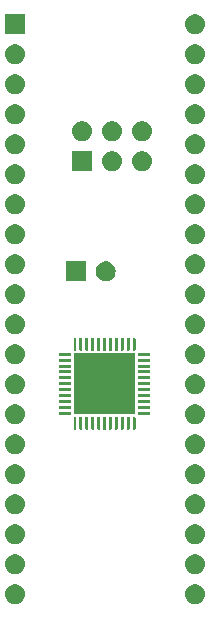
<source format=gbr>
%TF.GenerationSoftware,KiCad,Pcbnew,7.0.7*%
%TF.CreationDate,2024-02-24T18:58:31-05:00*%
%TF.ProjectId,m0110a_atmega32_pcb,6d303131-3061-45f6-9174-6d6567613332,rev?*%
%TF.SameCoordinates,Original*%
%TF.FileFunction,Soldermask,Top*%
%TF.FilePolarity,Negative*%
%FSLAX46Y46*%
G04 Gerber Fmt 4.6, Leading zero omitted, Abs format (unit mm)*
G04 Created by KiCad (PCBNEW 7.0.7) date 2024-02-24 18:58:31*
%MOMM*%
%LPD*%
G01*
G04 APERTURE LIST*
G04 APERTURE END LIST*
G36*
X143772664Y-114761602D02*
G01*
X143935000Y-114833878D01*
X144078761Y-114938327D01*
X144197664Y-115070383D01*
X144286514Y-115224274D01*
X144341425Y-115393275D01*
X144360000Y-115570000D01*
X144341425Y-115746725D01*
X144286514Y-115915726D01*
X144197664Y-116069617D01*
X144078761Y-116201673D01*
X143935000Y-116306122D01*
X143772664Y-116378398D01*
X143598849Y-116415344D01*
X143421151Y-116415344D01*
X143247336Y-116378398D01*
X143085000Y-116306122D01*
X142941239Y-116201673D01*
X142822336Y-116069617D01*
X142733486Y-115915726D01*
X142678575Y-115746725D01*
X142660000Y-115570000D01*
X142678575Y-115393275D01*
X142733486Y-115224274D01*
X142822336Y-115070383D01*
X142941239Y-114938327D01*
X143085000Y-114833878D01*
X143247336Y-114761602D01*
X143421151Y-114724656D01*
X143598849Y-114724656D01*
X143772664Y-114761602D01*
G37*
G36*
X159012664Y-114761602D02*
G01*
X159175000Y-114833878D01*
X159318761Y-114938327D01*
X159437664Y-115070383D01*
X159526514Y-115224274D01*
X159581425Y-115393275D01*
X159600000Y-115570000D01*
X159581425Y-115746725D01*
X159526514Y-115915726D01*
X159437664Y-116069617D01*
X159318761Y-116201673D01*
X159175000Y-116306122D01*
X159012664Y-116378398D01*
X158838849Y-116415344D01*
X158661151Y-116415344D01*
X158487336Y-116378398D01*
X158325000Y-116306122D01*
X158181239Y-116201673D01*
X158062336Y-116069617D01*
X157973486Y-115915726D01*
X157918575Y-115746725D01*
X157900000Y-115570000D01*
X157918575Y-115393275D01*
X157973486Y-115224274D01*
X158062336Y-115070383D01*
X158181239Y-114938327D01*
X158325000Y-114833878D01*
X158487336Y-114761602D01*
X158661151Y-114724656D01*
X158838849Y-114724656D01*
X159012664Y-114761602D01*
G37*
G36*
X143772664Y-112221602D02*
G01*
X143935000Y-112293878D01*
X144078761Y-112398327D01*
X144197664Y-112530383D01*
X144286514Y-112684274D01*
X144341425Y-112853275D01*
X144360000Y-113030000D01*
X144341425Y-113206725D01*
X144286514Y-113375726D01*
X144197664Y-113529617D01*
X144078761Y-113661673D01*
X143935000Y-113766122D01*
X143772664Y-113838398D01*
X143598849Y-113875344D01*
X143421151Y-113875344D01*
X143247336Y-113838398D01*
X143085000Y-113766122D01*
X142941239Y-113661673D01*
X142822336Y-113529617D01*
X142733486Y-113375726D01*
X142678575Y-113206725D01*
X142660000Y-113030000D01*
X142678575Y-112853275D01*
X142733486Y-112684274D01*
X142822336Y-112530383D01*
X142941239Y-112398327D01*
X143085000Y-112293878D01*
X143247336Y-112221602D01*
X143421151Y-112184656D01*
X143598849Y-112184656D01*
X143772664Y-112221602D01*
G37*
G36*
X159012664Y-112221602D02*
G01*
X159175000Y-112293878D01*
X159318761Y-112398327D01*
X159437664Y-112530383D01*
X159526514Y-112684274D01*
X159581425Y-112853275D01*
X159600000Y-113030000D01*
X159581425Y-113206725D01*
X159526514Y-113375726D01*
X159437664Y-113529617D01*
X159318761Y-113661673D01*
X159175000Y-113766122D01*
X159012664Y-113838398D01*
X158838849Y-113875344D01*
X158661151Y-113875344D01*
X158487336Y-113838398D01*
X158325000Y-113766122D01*
X158181239Y-113661673D01*
X158062336Y-113529617D01*
X157973486Y-113375726D01*
X157918575Y-113206725D01*
X157900000Y-113030000D01*
X157918575Y-112853275D01*
X157973486Y-112684274D01*
X158062336Y-112530383D01*
X158181239Y-112398327D01*
X158325000Y-112293878D01*
X158487336Y-112221602D01*
X158661151Y-112184656D01*
X158838849Y-112184656D01*
X159012664Y-112221602D01*
G37*
G36*
X143772664Y-109681602D02*
G01*
X143935000Y-109753878D01*
X144078761Y-109858327D01*
X144197664Y-109990383D01*
X144286514Y-110144274D01*
X144341425Y-110313275D01*
X144360000Y-110490000D01*
X144341425Y-110666725D01*
X144286514Y-110835726D01*
X144197664Y-110989617D01*
X144078761Y-111121673D01*
X143935000Y-111226122D01*
X143772664Y-111298398D01*
X143598849Y-111335344D01*
X143421151Y-111335344D01*
X143247336Y-111298398D01*
X143085000Y-111226122D01*
X142941239Y-111121673D01*
X142822336Y-110989617D01*
X142733486Y-110835726D01*
X142678575Y-110666725D01*
X142660000Y-110490000D01*
X142678575Y-110313275D01*
X142733486Y-110144274D01*
X142822336Y-109990383D01*
X142941239Y-109858327D01*
X143085000Y-109753878D01*
X143247336Y-109681602D01*
X143421151Y-109644656D01*
X143598849Y-109644656D01*
X143772664Y-109681602D01*
G37*
G36*
X159012664Y-109681602D02*
G01*
X159175000Y-109753878D01*
X159318761Y-109858327D01*
X159437664Y-109990383D01*
X159526514Y-110144274D01*
X159581425Y-110313275D01*
X159600000Y-110490000D01*
X159581425Y-110666725D01*
X159526514Y-110835726D01*
X159437664Y-110989617D01*
X159318761Y-111121673D01*
X159175000Y-111226122D01*
X159012664Y-111298398D01*
X158838849Y-111335344D01*
X158661151Y-111335344D01*
X158487336Y-111298398D01*
X158325000Y-111226122D01*
X158181239Y-111121673D01*
X158062336Y-110989617D01*
X157973486Y-110835726D01*
X157918575Y-110666725D01*
X157900000Y-110490000D01*
X157918575Y-110313275D01*
X157973486Y-110144274D01*
X158062336Y-109990383D01*
X158181239Y-109858327D01*
X158325000Y-109753878D01*
X158487336Y-109681602D01*
X158661151Y-109644656D01*
X158838849Y-109644656D01*
X159012664Y-109681602D01*
G37*
G36*
X143772664Y-107141602D02*
G01*
X143935000Y-107213878D01*
X144078761Y-107318327D01*
X144197664Y-107450383D01*
X144286514Y-107604274D01*
X144341425Y-107773275D01*
X144360000Y-107950000D01*
X144341425Y-108126725D01*
X144286514Y-108295726D01*
X144197664Y-108449617D01*
X144078761Y-108581673D01*
X143935000Y-108686122D01*
X143772664Y-108758398D01*
X143598849Y-108795344D01*
X143421151Y-108795344D01*
X143247336Y-108758398D01*
X143085000Y-108686122D01*
X142941239Y-108581673D01*
X142822336Y-108449617D01*
X142733486Y-108295726D01*
X142678575Y-108126725D01*
X142660000Y-107950000D01*
X142678575Y-107773275D01*
X142733486Y-107604274D01*
X142822336Y-107450383D01*
X142941239Y-107318327D01*
X143085000Y-107213878D01*
X143247336Y-107141602D01*
X143421151Y-107104656D01*
X143598849Y-107104656D01*
X143772664Y-107141602D01*
G37*
G36*
X159012664Y-107141602D02*
G01*
X159175000Y-107213878D01*
X159318761Y-107318327D01*
X159437664Y-107450383D01*
X159526514Y-107604274D01*
X159581425Y-107773275D01*
X159600000Y-107950000D01*
X159581425Y-108126725D01*
X159526514Y-108295726D01*
X159437664Y-108449617D01*
X159318761Y-108581673D01*
X159175000Y-108686122D01*
X159012664Y-108758398D01*
X158838849Y-108795344D01*
X158661151Y-108795344D01*
X158487336Y-108758398D01*
X158325000Y-108686122D01*
X158181239Y-108581673D01*
X158062336Y-108449617D01*
X157973486Y-108295726D01*
X157918575Y-108126725D01*
X157900000Y-107950000D01*
X157918575Y-107773275D01*
X157973486Y-107604274D01*
X158062336Y-107450383D01*
X158181239Y-107318327D01*
X158325000Y-107213878D01*
X158487336Y-107141602D01*
X158661151Y-107104656D01*
X158838849Y-107104656D01*
X159012664Y-107141602D01*
G37*
G36*
X143772664Y-104601602D02*
G01*
X143935000Y-104673878D01*
X144078761Y-104778327D01*
X144197664Y-104910383D01*
X144286514Y-105064274D01*
X144341425Y-105233275D01*
X144360000Y-105410000D01*
X144341425Y-105586725D01*
X144286514Y-105755726D01*
X144197664Y-105909617D01*
X144078761Y-106041673D01*
X143935000Y-106146122D01*
X143772664Y-106218398D01*
X143598849Y-106255344D01*
X143421151Y-106255344D01*
X143247336Y-106218398D01*
X143085000Y-106146122D01*
X142941239Y-106041673D01*
X142822336Y-105909617D01*
X142733486Y-105755726D01*
X142678575Y-105586725D01*
X142660000Y-105410000D01*
X142678575Y-105233275D01*
X142733486Y-105064274D01*
X142822336Y-104910383D01*
X142941239Y-104778327D01*
X143085000Y-104673878D01*
X143247336Y-104601602D01*
X143421151Y-104564656D01*
X143598849Y-104564656D01*
X143772664Y-104601602D01*
G37*
G36*
X159012664Y-104601602D02*
G01*
X159175000Y-104673878D01*
X159318761Y-104778327D01*
X159437664Y-104910383D01*
X159526514Y-105064274D01*
X159581425Y-105233275D01*
X159600000Y-105410000D01*
X159581425Y-105586725D01*
X159526514Y-105755726D01*
X159437664Y-105909617D01*
X159318761Y-106041673D01*
X159175000Y-106146122D01*
X159012664Y-106218398D01*
X158838849Y-106255344D01*
X158661151Y-106255344D01*
X158487336Y-106218398D01*
X158325000Y-106146122D01*
X158181239Y-106041673D01*
X158062336Y-105909617D01*
X157973486Y-105755726D01*
X157918575Y-105586725D01*
X157900000Y-105410000D01*
X157918575Y-105233275D01*
X157973486Y-105064274D01*
X158062336Y-104910383D01*
X158181239Y-104778327D01*
X158325000Y-104673878D01*
X158487336Y-104601602D01*
X158661151Y-104564656D01*
X158838849Y-104564656D01*
X159012664Y-104601602D01*
G37*
G36*
X143772664Y-102061602D02*
G01*
X143935000Y-102133878D01*
X144078761Y-102238327D01*
X144197664Y-102370383D01*
X144286514Y-102524274D01*
X144341425Y-102693275D01*
X144360000Y-102870000D01*
X144341425Y-103046725D01*
X144286514Y-103215726D01*
X144197664Y-103369617D01*
X144078761Y-103501673D01*
X143935000Y-103606122D01*
X143772664Y-103678398D01*
X143598849Y-103715344D01*
X143421151Y-103715344D01*
X143247336Y-103678398D01*
X143085000Y-103606122D01*
X142941239Y-103501673D01*
X142822336Y-103369617D01*
X142733486Y-103215726D01*
X142678575Y-103046725D01*
X142660000Y-102870000D01*
X142678575Y-102693275D01*
X142733486Y-102524274D01*
X142822336Y-102370383D01*
X142941239Y-102238327D01*
X143085000Y-102133878D01*
X143247336Y-102061602D01*
X143421151Y-102024656D01*
X143598849Y-102024656D01*
X143772664Y-102061602D01*
G37*
G36*
X159012664Y-102061602D02*
G01*
X159175000Y-102133878D01*
X159318761Y-102238327D01*
X159437664Y-102370383D01*
X159526514Y-102524274D01*
X159581425Y-102693275D01*
X159600000Y-102870000D01*
X159581425Y-103046725D01*
X159526514Y-103215726D01*
X159437664Y-103369617D01*
X159318761Y-103501673D01*
X159175000Y-103606122D01*
X159012664Y-103678398D01*
X158838849Y-103715344D01*
X158661151Y-103715344D01*
X158487336Y-103678398D01*
X158325000Y-103606122D01*
X158181239Y-103501673D01*
X158062336Y-103369617D01*
X157973486Y-103215726D01*
X157918575Y-103046725D01*
X157900000Y-102870000D01*
X157918575Y-102693275D01*
X157973486Y-102524274D01*
X158062336Y-102370383D01*
X158181239Y-102238327D01*
X158325000Y-102133878D01*
X158487336Y-102061602D01*
X158661151Y-102024656D01*
X158838849Y-102024656D01*
X159012664Y-102061602D01*
G37*
G36*
X148671418Y-100554758D02*
G01*
X148691694Y-100568306D01*
X148705242Y-100588582D01*
X148710000Y-100612500D01*
X148710000Y-101562500D01*
X148705242Y-101586418D01*
X148691694Y-101606694D01*
X148671418Y-101620242D01*
X148647500Y-101625000D01*
X148522500Y-101625000D01*
X148498582Y-101620242D01*
X148478306Y-101606694D01*
X148464758Y-101586418D01*
X148460000Y-101562500D01*
X148460000Y-100612500D01*
X148464758Y-100588582D01*
X148478306Y-100568306D01*
X148498582Y-100554758D01*
X148522500Y-100550000D01*
X148647500Y-100550000D01*
X148671418Y-100554758D01*
G37*
G36*
X149171418Y-100554758D02*
G01*
X149191694Y-100568306D01*
X149205242Y-100588582D01*
X149210000Y-100612500D01*
X149210000Y-101562500D01*
X149205242Y-101586418D01*
X149191694Y-101606694D01*
X149171418Y-101620242D01*
X149147500Y-101625000D01*
X149022500Y-101625000D01*
X148998582Y-101620242D01*
X148978306Y-101606694D01*
X148964758Y-101586418D01*
X148960000Y-101562500D01*
X148960000Y-100612500D01*
X148964758Y-100588582D01*
X148978306Y-100568306D01*
X148998582Y-100554758D01*
X149022500Y-100550000D01*
X149147500Y-100550000D01*
X149171418Y-100554758D01*
G37*
G36*
X149671418Y-100554758D02*
G01*
X149691694Y-100568306D01*
X149705242Y-100588582D01*
X149710000Y-100612500D01*
X149710000Y-101562500D01*
X149705242Y-101586418D01*
X149691694Y-101606694D01*
X149671418Y-101620242D01*
X149647500Y-101625000D01*
X149522500Y-101625000D01*
X149498582Y-101620242D01*
X149478306Y-101606694D01*
X149464758Y-101586418D01*
X149460000Y-101562500D01*
X149460000Y-100612500D01*
X149464758Y-100588582D01*
X149478306Y-100568306D01*
X149498582Y-100554758D01*
X149522500Y-100550000D01*
X149647500Y-100550000D01*
X149671418Y-100554758D01*
G37*
G36*
X150171418Y-100554758D02*
G01*
X150191694Y-100568306D01*
X150205242Y-100588582D01*
X150210000Y-100612500D01*
X150210000Y-101562500D01*
X150205242Y-101586418D01*
X150191694Y-101606694D01*
X150171418Y-101620242D01*
X150147500Y-101625000D01*
X150022500Y-101625000D01*
X149998582Y-101620242D01*
X149978306Y-101606694D01*
X149964758Y-101586418D01*
X149960000Y-101562500D01*
X149960000Y-100612500D01*
X149964758Y-100588582D01*
X149978306Y-100568306D01*
X149998582Y-100554758D01*
X150022500Y-100550000D01*
X150147500Y-100550000D01*
X150171418Y-100554758D01*
G37*
G36*
X150671418Y-100554758D02*
G01*
X150691694Y-100568306D01*
X150705242Y-100588582D01*
X150710000Y-100612500D01*
X150710000Y-101562500D01*
X150705242Y-101586418D01*
X150691694Y-101606694D01*
X150671418Y-101620242D01*
X150647500Y-101625000D01*
X150522500Y-101625000D01*
X150498582Y-101620242D01*
X150478306Y-101606694D01*
X150464758Y-101586418D01*
X150460000Y-101562500D01*
X150460000Y-100612500D01*
X150464758Y-100588582D01*
X150478306Y-100568306D01*
X150498582Y-100554758D01*
X150522500Y-100550000D01*
X150647500Y-100550000D01*
X150671418Y-100554758D01*
G37*
G36*
X151171418Y-100554758D02*
G01*
X151191694Y-100568306D01*
X151205242Y-100588582D01*
X151210000Y-100612500D01*
X151210000Y-101562500D01*
X151205242Y-101586418D01*
X151191694Y-101606694D01*
X151171418Y-101620242D01*
X151147500Y-101625000D01*
X151022500Y-101625000D01*
X150998582Y-101620242D01*
X150978306Y-101606694D01*
X150964758Y-101586418D01*
X150960000Y-101562500D01*
X150960000Y-100612500D01*
X150964758Y-100588582D01*
X150978306Y-100568306D01*
X150998582Y-100554758D01*
X151022500Y-100550000D01*
X151147500Y-100550000D01*
X151171418Y-100554758D01*
G37*
G36*
X151671418Y-100554758D02*
G01*
X151691694Y-100568306D01*
X151705242Y-100588582D01*
X151710000Y-100612500D01*
X151710000Y-101562500D01*
X151705242Y-101586418D01*
X151691694Y-101606694D01*
X151671418Y-101620242D01*
X151647500Y-101625000D01*
X151522500Y-101625000D01*
X151498582Y-101620242D01*
X151478306Y-101606694D01*
X151464758Y-101586418D01*
X151460000Y-101562500D01*
X151460000Y-100612500D01*
X151464758Y-100588582D01*
X151478306Y-100568306D01*
X151498582Y-100554758D01*
X151522500Y-100550000D01*
X151647500Y-100550000D01*
X151671418Y-100554758D01*
G37*
G36*
X152171418Y-100554758D02*
G01*
X152191694Y-100568306D01*
X152205242Y-100588582D01*
X152210000Y-100612500D01*
X152210000Y-101562500D01*
X152205242Y-101586418D01*
X152191694Y-101606694D01*
X152171418Y-101620242D01*
X152147500Y-101625000D01*
X152022500Y-101625000D01*
X151998582Y-101620242D01*
X151978306Y-101606694D01*
X151964758Y-101586418D01*
X151960000Y-101562500D01*
X151960000Y-100612500D01*
X151964758Y-100588582D01*
X151978306Y-100568306D01*
X151998582Y-100554758D01*
X152022500Y-100550000D01*
X152147500Y-100550000D01*
X152171418Y-100554758D01*
G37*
G36*
X152671418Y-100554758D02*
G01*
X152691694Y-100568306D01*
X152705242Y-100588582D01*
X152710000Y-100612500D01*
X152710000Y-101562500D01*
X152705242Y-101586418D01*
X152691694Y-101606694D01*
X152671418Y-101620242D01*
X152647500Y-101625000D01*
X152522500Y-101625000D01*
X152498582Y-101620242D01*
X152478306Y-101606694D01*
X152464758Y-101586418D01*
X152460000Y-101562500D01*
X152460000Y-100612500D01*
X152464758Y-100588582D01*
X152478306Y-100568306D01*
X152498582Y-100554758D01*
X152522500Y-100550000D01*
X152647500Y-100550000D01*
X152671418Y-100554758D01*
G37*
G36*
X153171418Y-100554758D02*
G01*
X153191694Y-100568306D01*
X153205242Y-100588582D01*
X153210000Y-100612500D01*
X153210000Y-101562500D01*
X153205242Y-101586418D01*
X153191694Y-101606694D01*
X153171418Y-101620242D01*
X153147500Y-101625000D01*
X153022500Y-101625000D01*
X152998582Y-101620242D01*
X152978306Y-101606694D01*
X152964758Y-101586418D01*
X152960000Y-101562500D01*
X152960000Y-100612500D01*
X152964758Y-100588582D01*
X152978306Y-100568306D01*
X152998582Y-100554758D01*
X153022500Y-100550000D01*
X153147500Y-100550000D01*
X153171418Y-100554758D01*
G37*
G36*
X153671418Y-100554758D02*
G01*
X153691694Y-100568306D01*
X153705242Y-100588582D01*
X153710000Y-100612500D01*
X153710000Y-101562500D01*
X153705242Y-101586418D01*
X153691694Y-101606694D01*
X153671418Y-101620242D01*
X153647500Y-101625000D01*
X153522500Y-101625000D01*
X153498582Y-101620242D01*
X153478306Y-101606694D01*
X153464758Y-101586418D01*
X153460000Y-101562500D01*
X153460000Y-100612500D01*
X153464758Y-100588582D01*
X153478306Y-100568306D01*
X153498582Y-100554758D01*
X153522500Y-100550000D01*
X153647500Y-100550000D01*
X153671418Y-100554758D01*
G37*
G36*
X143772664Y-99521602D02*
G01*
X143935000Y-99593878D01*
X144078761Y-99698327D01*
X144197664Y-99830383D01*
X144286514Y-99984274D01*
X144341425Y-100153275D01*
X144360000Y-100330000D01*
X144341425Y-100506725D01*
X144286514Y-100675726D01*
X144197664Y-100829617D01*
X144078761Y-100961673D01*
X143935000Y-101066122D01*
X143772664Y-101138398D01*
X143598849Y-101175344D01*
X143421151Y-101175344D01*
X143247336Y-101138398D01*
X143085000Y-101066122D01*
X142941239Y-100961673D01*
X142822336Y-100829617D01*
X142733486Y-100675726D01*
X142678575Y-100506725D01*
X142660000Y-100330000D01*
X142678575Y-100153275D01*
X142733486Y-99984274D01*
X142822336Y-99830383D01*
X142941239Y-99698327D01*
X143085000Y-99593878D01*
X143247336Y-99521602D01*
X143421151Y-99484656D01*
X143598849Y-99484656D01*
X143772664Y-99521602D01*
G37*
G36*
X159012664Y-99521602D02*
G01*
X159175000Y-99593878D01*
X159318761Y-99698327D01*
X159437664Y-99830383D01*
X159526514Y-99984274D01*
X159581425Y-100153275D01*
X159600000Y-100330000D01*
X159581425Y-100506725D01*
X159526514Y-100675726D01*
X159437664Y-100829617D01*
X159318761Y-100961673D01*
X159175000Y-101066122D01*
X159012664Y-101138398D01*
X158838849Y-101175344D01*
X158661151Y-101175344D01*
X158487336Y-101138398D01*
X158325000Y-101066122D01*
X158181239Y-100961673D01*
X158062336Y-100829617D01*
X157973486Y-100675726D01*
X157918575Y-100506725D01*
X157900000Y-100330000D01*
X157918575Y-100153275D01*
X157973486Y-99984274D01*
X158062336Y-99830383D01*
X158181239Y-99698327D01*
X158325000Y-99593878D01*
X158487336Y-99521602D01*
X158661151Y-99484656D01*
X158838849Y-99484656D01*
X159012664Y-99521602D01*
G37*
G36*
X148246418Y-100129758D02*
G01*
X148266694Y-100143306D01*
X148280242Y-100163582D01*
X148285000Y-100187500D01*
X148285000Y-100312500D01*
X148280242Y-100336418D01*
X148266694Y-100356694D01*
X148246418Y-100370242D01*
X148222500Y-100375000D01*
X147272500Y-100375000D01*
X147248582Y-100370242D01*
X147228306Y-100356694D01*
X147214758Y-100336418D01*
X147210000Y-100312500D01*
X147210000Y-100187500D01*
X147214758Y-100163582D01*
X147228306Y-100143306D01*
X147248582Y-100129758D01*
X147272500Y-100125000D01*
X148222500Y-100125000D01*
X148246418Y-100129758D01*
G37*
G36*
X154921418Y-100129758D02*
G01*
X154941694Y-100143306D01*
X154955242Y-100163582D01*
X154960000Y-100187500D01*
X154960000Y-100312500D01*
X154955242Y-100336418D01*
X154941694Y-100356694D01*
X154921418Y-100370242D01*
X154897500Y-100375000D01*
X153947500Y-100375000D01*
X153923582Y-100370242D01*
X153903306Y-100356694D01*
X153889758Y-100336418D01*
X153885000Y-100312500D01*
X153885000Y-100187500D01*
X153889758Y-100163582D01*
X153903306Y-100143306D01*
X153923582Y-100129758D01*
X153947500Y-100125000D01*
X154897500Y-100125000D01*
X154921418Y-100129758D01*
G37*
G36*
X153685000Y-100350000D02*
G01*
X148485000Y-100350000D01*
X148485000Y-95150000D01*
X153685000Y-95150000D01*
X153685000Y-100350000D01*
G37*
G36*
X148246418Y-99629758D02*
G01*
X148266694Y-99643306D01*
X148280242Y-99663582D01*
X148285000Y-99687500D01*
X148285000Y-99812500D01*
X148280242Y-99836418D01*
X148266694Y-99856694D01*
X148246418Y-99870242D01*
X148222500Y-99875000D01*
X147272500Y-99875000D01*
X147248582Y-99870242D01*
X147228306Y-99856694D01*
X147214758Y-99836418D01*
X147210000Y-99812500D01*
X147210000Y-99687500D01*
X147214758Y-99663582D01*
X147228306Y-99643306D01*
X147248582Y-99629758D01*
X147272500Y-99625000D01*
X148222500Y-99625000D01*
X148246418Y-99629758D01*
G37*
G36*
X154921418Y-99629758D02*
G01*
X154941694Y-99643306D01*
X154955242Y-99663582D01*
X154960000Y-99687500D01*
X154960000Y-99812500D01*
X154955242Y-99836418D01*
X154941694Y-99856694D01*
X154921418Y-99870242D01*
X154897500Y-99875000D01*
X153947500Y-99875000D01*
X153923582Y-99870242D01*
X153903306Y-99856694D01*
X153889758Y-99836418D01*
X153885000Y-99812500D01*
X153885000Y-99687500D01*
X153889758Y-99663582D01*
X153903306Y-99643306D01*
X153923582Y-99629758D01*
X153947500Y-99625000D01*
X154897500Y-99625000D01*
X154921418Y-99629758D01*
G37*
G36*
X148246418Y-99129758D02*
G01*
X148266694Y-99143306D01*
X148280242Y-99163582D01*
X148285000Y-99187500D01*
X148285000Y-99312500D01*
X148280242Y-99336418D01*
X148266694Y-99356694D01*
X148246418Y-99370242D01*
X148222500Y-99375000D01*
X147272500Y-99375000D01*
X147248582Y-99370242D01*
X147228306Y-99356694D01*
X147214758Y-99336418D01*
X147210000Y-99312500D01*
X147210000Y-99187500D01*
X147214758Y-99163582D01*
X147228306Y-99143306D01*
X147248582Y-99129758D01*
X147272500Y-99125000D01*
X148222500Y-99125000D01*
X148246418Y-99129758D01*
G37*
G36*
X154921418Y-99129758D02*
G01*
X154941694Y-99143306D01*
X154955242Y-99163582D01*
X154960000Y-99187500D01*
X154960000Y-99312500D01*
X154955242Y-99336418D01*
X154941694Y-99356694D01*
X154921418Y-99370242D01*
X154897500Y-99375000D01*
X153947500Y-99375000D01*
X153923582Y-99370242D01*
X153903306Y-99356694D01*
X153889758Y-99336418D01*
X153885000Y-99312500D01*
X153885000Y-99187500D01*
X153889758Y-99163582D01*
X153903306Y-99143306D01*
X153923582Y-99129758D01*
X153947500Y-99125000D01*
X154897500Y-99125000D01*
X154921418Y-99129758D01*
G37*
G36*
X148246418Y-98629758D02*
G01*
X148266694Y-98643306D01*
X148280242Y-98663582D01*
X148285000Y-98687500D01*
X148285000Y-98812500D01*
X148280242Y-98836418D01*
X148266694Y-98856694D01*
X148246418Y-98870242D01*
X148222500Y-98875000D01*
X147272500Y-98875000D01*
X147248582Y-98870242D01*
X147228306Y-98856694D01*
X147214758Y-98836418D01*
X147210000Y-98812500D01*
X147210000Y-98687500D01*
X147214758Y-98663582D01*
X147228306Y-98643306D01*
X147248582Y-98629758D01*
X147272500Y-98625000D01*
X148222500Y-98625000D01*
X148246418Y-98629758D01*
G37*
G36*
X154921418Y-98629758D02*
G01*
X154941694Y-98643306D01*
X154955242Y-98663582D01*
X154960000Y-98687500D01*
X154960000Y-98812500D01*
X154955242Y-98836418D01*
X154941694Y-98856694D01*
X154921418Y-98870242D01*
X154897500Y-98875000D01*
X153947500Y-98875000D01*
X153923582Y-98870242D01*
X153903306Y-98856694D01*
X153889758Y-98836418D01*
X153885000Y-98812500D01*
X153885000Y-98687500D01*
X153889758Y-98663582D01*
X153903306Y-98643306D01*
X153923582Y-98629758D01*
X153947500Y-98625000D01*
X154897500Y-98625000D01*
X154921418Y-98629758D01*
G37*
G36*
X143772664Y-96981602D02*
G01*
X143935000Y-97053878D01*
X144078761Y-97158327D01*
X144197664Y-97290383D01*
X144286514Y-97444274D01*
X144341425Y-97613275D01*
X144360000Y-97790000D01*
X144341425Y-97966725D01*
X144286514Y-98135726D01*
X144197664Y-98289617D01*
X144078761Y-98421673D01*
X143935000Y-98526122D01*
X143772664Y-98598398D01*
X143598849Y-98635344D01*
X143421151Y-98635344D01*
X143247336Y-98598398D01*
X143085000Y-98526122D01*
X142941239Y-98421673D01*
X142822336Y-98289617D01*
X142733486Y-98135726D01*
X142678575Y-97966725D01*
X142660000Y-97790000D01*
X142678575Y-97613275D01*
X142733486Y-97444274D01*
X142822336Y-97290383D01*
X142941239Y-97158327D01*
X143085000Y-97053878D01*
X143247336Y-96981602D01*
X143421151Y-96944656D01*
X143598849Y-96944656D01*
X143772664Y-96981602D01*
G37*
G36*
X159012664Y-96981602D02*
G01*
X159175000Y-97053878D01*
X159318761Y-97158327D01*
X159437664Y-97290383D01*
X159526514Y-97444274D01*
X159581425Y-97613275D01*
X159600000Y-97790000D01*
X159581425Y-97966725D01*
X159526514Y-98135726D01*
X159437664Y-98289617D01*
X159318761Y-98421673D01*
X159175000Y-98526122D01*
X159012664Y-98598398D01*
X158838849Y-98635344D01*
X158661151Y-98635344D01*
X158487336Y-98598398D01*
X158325000Y-98526122D01*
X158181239Y-98421673D01*
X158062336Y-98289617D01*
X157973486Y-98135726D01*
X157918575Y-97966725D01*
X157900000Y-97790000D01*
X157918575Y-97613275D01*
X157973486Y-97444274D01*
X158062336Y-97290383D01*
X158181239Y-97158327D01*
X158325000Y-97053878D01*
X158487336Y-96981602D01*
X158661151Y-96944656D01*
X158838849Y-96944656D01*
X159012664Y-96981602D01*
G37*
G36*
X148246418Y-98129758D02*
G01*
X148266694Y-98143306D01*
X148280242Y-98163582D01*
X148285000Y-98187500D01*
X148285000Y-98312500D01*
X148280242Y-98336418D01*
X148266694Y-98356694D01*
X148246418Y-98370242D01*
X148222500Y-98375000D01*
X147272500Y-98375000D01*
X147248582Y-98370242D01*
X147228306Y-98356694D01*
X147214758Y-98336418D01*
X147210000Y-98312500D01*
X147210000Y-98187500D01*
X147214758Y-98163582D01*
X147228306Y-98143306D01*
X147248582Y-98129758D01*
X147272500Y-98125000D01*
X148222500Y-98125000D01*
X148246418Y-98129758D01*
G37*
G36*
X154921418Y-98129758D02*
G01*
X154941694Y-98143306D01*
X154955242Y-98163582D01*
X154960000Y-98187500D01*
X154960000Y-98312500D01*
X154955242Y-98336418D01*
X154941694Y-98356694D01*
X154921418Y-98370242D01*
X154897500Y-98375000D01*
X153947500Y-98375000D01*
X153923582Y-98370242D01*
X153903306Y-98356694D01*
X153889758Y-98336418D01*
X153885000Y-98312500D01*
X153885000Y-98187500D01*
X153889758Y-98163582D01*
X153903306Y-98143306D01*
X153923582Y-98129758D01*
X153947500Y-98125000D01*
X154897500Y-98125000D01*
X154921418Y-98129758D01*
G37*
G36*
X148246418Y-97629758D02*
G01*
X148266694Y-97643306D01*
X148280242Y-97663582D01*
X148285000Y-97687500D01*
X148285000Y-97812500D01*
X148280242Y-97836418D01*
X148266694Y-97856694D01*
X148246418Y-97870242D01*
X148222500Y-97875000D01*
X147272500Y-97875000D01*
X147248582Y-97870242D01*
X147228306Y-97856694D01*
X147214758Y-97836418D01*
X147210000Y-97812500D01*
X147210000Y-97687500D01*
X147214758Y-97663582D01*
X147228306Y-97643306D01*
X147248582Y-97629758D01*
X147272500Y-97625000D01*
X148222500Y-97625000D01*
X148246418Y-97629758D01*
G37*
G36*
X154921418Y-97629758D02*
G01*
X154941694Y-97643306D01*
X154955242Y-97663582D01*
X154960000Y-97687500D01*
X154960000Y-97812500D01*
X154955242Y-97836418D01*
X154941694Y-97856694D01*
X154921418Y-97870242D01*
X154897500Y-97875000D01*
X153947500Y-97875000D01*
X153923582Y-97870242D01*
X153903306Y-97856694D01*
X153889758Y-97836418D01*
X153885000Y-97812500D01*
X153885000Y-97687500D01*
X153889758Y-97663582D01*
X153903306Y-97643306D01*
X153923582Y-97629758D01*
X153947500Y-97625000D01*
X154897500Y-97625000D01*
X154921418Y-97629758D01*
G37*
G36*
X148246418Y-97129758D02*
G01*
X148266694Y-97143306D01*
X148280242Y-97163582D01*
X148285000Y-97187500D01*
X148285000Y-97312500D01*
X148280242Y-97336418D01*
X148266694Y-97356694D01*
X148246418Y-97370242D01*
X148222500Y-97375000D01*
X147272500Y-97375000D01*
X147248582Y-97370242D01*
X147228306Y-97356694D01*
X147214758Y-97336418D01*
X147210000Y-97312500D01*
X147210000Y-97187500D01*
X147214758Y-97163582D01*
X147228306Y-97143306D01*
X147248582Y-97129758D01*
X147272500Y-97125000D01*
X148222500Y-97125000D01*
X148246418Y-97129758D01*
G37*
G36*
X154921418Y-97129758D02*
G01*
X154941694Y-97143306D01*
X154955242Y-97163582D01*
X154960000Y-97187500D01*
X154960000Y-97312500D01*
X154955242Y-97336418D01*
X154941694Y-97356694D01*
X154921418Y-97370242D01*
X154897500Y-97375000D01*
X153947500Y-97375000D01*
X153923582Y-97370242D01*
X153903306Y-97356694D01*
X153889758Y-97336418D01*
X153885000Y-97312500D01*
X153885000Y-97187500D01*
X153889758Y-97163582D01*
X153903306Y-97143306D01*
X153923582Y-97129758D01*
X153947500Y-97125000D01*
X154897500Y-97125000D01*
X154921418Y-97129758D01*
G37*
G36*
X148246418Y-96629758D02*
G01*
X148266694Y-96643306D01*
X148280242Y-96663582D01*
X148285000Y-96687500D01*
X148285000Y-96812500D01*
X148280242Y-96836418D01*
X148266694Y-96856694D01*
X148246418Y-96870242D01*
X148222500Y-96875000D01*
X147272500Y-96875000D01*
X147248582Y-96870242D01*
X147228306Y-96856694D01*
X147214758Y-96836418D01*
X147210000Y-96812500D01*
X147210000Y-96687500D01*
X147214758Y-96663582D01*
X147228306Y-96643306D01*
X147248582Y-96629758D01*
X147272500Y-96625000D01*
X148222500Y-96625000D01*
X148246418Y-96629758D01*
G37*
G36*
X154921418Y-96629758D02*
G01*
X154941694Y-96643306D01*
X154955242Y-96663582D01*
X154960000Y-96687500D01*
X154960000Y-96812500D01*
X154955242Y-96836418D01*
X154941694Y-96856694D01*
X154921418Y-96870242D01*
X154897500Y-96875000D01*
X153947500Y-96875000D01*
X153923582Y-96870242D01*
X153903306Y-96856694D01*
X153889758Y-96836418D01*
X153885000Y-96812500D01*
X153885000Y-96687500D01*
X153889758Y-96663582D01*
X153903306Y-96643306D01*
X153923582Y-96629758D01*
X153947500Y-96625000D01*
X154897500Y-96625000D01*
X154921418Y-96629758D01*
G37*
G36*
X148246418Y-96129758D02*
G01*
X148266694Y-96143306D01*
X148280242Y-96163582D01*
X148285000Y-96187500D01*
X148285000Y-96312500D01*
X148280242Y-96336418D01*
X148266694Y-96356694D01*
X148246418Y-96370242D01*
X148222500Y-96375000D01*
X147272500Y-96375000D01*
X147248582Y-96370242D01*
X147228306Y-96356694D01*
X147214758Y-96336418D01*
X147210000Y-96312500D01*
X147210000Y-96187500D01*
X147214758Y-96163582D01*
X147228306Y-96143306D01*
X147248582Y-96129758D01*
X147272500Y-96125000D01*
X148222500Y-96125000D01*
X148246418Y-96129758D01*
G37*
G36*
X154921418Y-96129758D02*
G01*
X154941694Y-96143306D01*
X154955242Y-96163582D01*
X154960000Y-96187500D01*
X154960000Y-96312500D01*
X154955242Y-96336418D01*
X154941694Y-96356694D01*
X154921418Y-96370242D01*
X154897500Y-96375000D01*
X153947500Y-96375000D01*
X153923582Y-96370242D01*
X153903306Y-96356694D01*
X153889758Y-96336418D01*
X153885000Y-96312500D01*
X153885000Y-96187500D01*
X153889758Y-96163582D01*
X153903306Y-96143306D01*
X153923582Y-96129758D01*
X153947500Y-96125000D01*
X154897500Y-96125000D01*
X154921418Y-96129758D01*
G37*
G36*
X143772664Y-94441602D02*
G01*
X143935000Y-94513878D01*
X144078761Y-94618327D01*
X144197664Y-94750383D01*
X144286514Y-94904274D01*
X144341425Y-95073275D01*
X144360000Y-95250000D01*
X144341425Y-95426725D01*
X144286514Y-95595726D01*
X144197664Y-95749617D01*
X144078761Y-95881673D01*
X143935000Y-95986122D01*
X143772664Y-96058398D01*
X143598849Y-96095344D01*
X143421151Y-96095344D01*
X143247336Y-96058398D01*
X143085000Y-95986122D01*
X142941239Y-95881673D01*
X142822336Y-95749617D01*
X142733486Y-95595726D01*
X142678575Y-95426725D01*
X142660000Y-95250000D01*
X142678575Y-95073275D01*
X142733486Y-94904274D01*
X142822336Y-94750383D01*
X142941239Y-94618327D01*
X143085000Y-94513878D01*
X143247336Y-94441602D01*
X143421151Y-94404656D01*
X143598849Y-94404656D01*
X143772664Y-94441602D01*
G37*
G36*
X159012664Y-94441602D02*
G01*
X159175000Y-94513878D01*
X159318761Y-94618327D01*
X159437664Y-94750383D01*
X159526514Y-94904274D01*
X159581425Y-95073275D01*
X159600000Y-95250000D01*
X159581425Y-95426725D01*
X159526514Y-95595726D01*
X159437664Y-95749617D01*
X159318761Y-95881673D01*
X159175000Y-95986122D01*
X159012664Y-96058398D01*
X158838849Y-96095344D01*
X158661151Y-96095344D01*
X158487336Y-96058398D01*
X158325000Y-95986122D01*
X158181239Y-95881673D01*
X158062336Y-95749617D01*
X157973486Y-95595726D01*
X157918575Y-95426725D01*
X157900000Y-95250000D01*
X157918575Y-95073275D01*
X157973486Y-94904274D01*
X158062336Y-94750383D01*
X158181239Y-94618327D01*
X158325000Y-94513878D01*
X158487336Y-94441602D01*
X158661151Y-94404656D01*
X158838849Y-94404656D01*
X159012664Y-94441602D01*
G37*
G36*
X148246418Y-95629758D02*
G01*
X148266694Y-95643306D01*
X148280242Y-95663582D01*
X148285000Y-95687500D01*
X148285000Y-95812500D01*
X148280242Y-95836418D01*
X148266694Y-95856694D01*
X148246418Y-95870242D01*
X148222500Y-95875000D01*
X147272500Y-95875000D01*
X147248582Y-95870242D01*
X147228306Y-95856694D01*
X147214758Y-95836418D01*
X147210000Y-95812500D01*
X147210000Y-95687500D01*
X147214758Y-95663582D01*
X147228306Y-95643306D01*
X147248582Y-95629758D01*
X147272500Y-95625000D01*
X148222500Y-95625000D01*
X148246418Y-95629758D01*
G37*
G36*
X154921418Y-95629758D02*
G01*
X154941694Y-95643306D01*
X154955242Y-95663582D01*
X154960000Y-95687500D01*
X154960000Y-95812500D01*
X154955242Y-95836418D01*
X154941694Y-95856694D01*
X154921418Y-95870242D01*
X154897500Y-95875000D01*
X153947500Y-95875000D01*
X153923582Y-95870242D01*
X153903306Y-95856694D01*
X153889758Y-95836418D01*
X153885000Y-95812500D01*
X153885000Y-95687500D01*
X153889758Y-95663582D01*
X153903306Y-95643306D01*
X153923582Y-95629758D01*
X153947500Y-95625000D01*
X154897500Y-95625000D01*
X154921418Y-95629758D01*
G37*
G36*
X148246418Y-95129758D02*
G01*
X148266694Y-95143306D01*
X148280242Y-95163582D01*
X148285000Y-95187500D01*
X148285000Y-95312500D01*
X148280242Y-95336418D01*
X148266694Y-95356694D01*
X148246418Y-95370242D01*
X148222500Y-95375000D01*
X147272500Y-95375000D01*
X147248582Y-95370242D01*
X147228306Y-95356694D01*
X147214758Y-95336418D01*
X147210000Y-95312500D01*
X147210000Y-95187500D01*
X147214758Y-95163582D01*
X147228306Y-95143306D01*
X147248582Y-95129758D01*
X147272500Y-95125000D01*
X148222500Y-95125000D01*
X148246418Y-95129758D01*
G37*
G36*
X154921418Y-95129758D02*
G01*
X154941694Y-95143306D01*
X154955242Y-95163582D01*
X154960000Y-95187500D01*
X154960000Y-95312500D01*
X154955242Y-95336418D01*
X154941694Y-95356694D01*
X154921418Y-95370242D01*
X154897500Y-95375000D01*
X153947500Y-95375000D01*
X153923582Y-95370242D01*
X153903306Y-95356694D01*
X153889758Y-95336418D01*
X153885000Y-95312500D01*
X153885000Y-95187500D01*
X153889758Y-95163582D01*
X153903306Y-95143306D01*
X153923582Y-95129758D01*
X153947500Y-95125000D01*
X154897500Y-95125000D01*
X154921418Y-95129758D01*
G37*
G36*
X148671418Y-93879758D02*
G01*
X148691694Y-93893306D01*
X148705242Y-93913582D01*
X148710000Y-93937500D01*
X148710000Y-94887500D01*
X148705242Y-94911418D01*
X148691694Y-94931694D01*
X148671418Y-94945242D01*
X148647500Y-94950000D01*
X148522500Y-94950000D01*
X148498582Y-94945242D01*
X148478306Y-94931694D01*
X148464758Y-94911418D01*
X148460000Y-94887500D01*
X148460000Y-93937500D01*
X148464758Y-93913582D01*
X148478306Y-93893306D01*
X148498582Y-93879758D01*
X148522500Y-93875000D01*
X148647500Y-93875000D01*
X148671418Y-93879758D01*
G37*
G36*
X149171418Y-93879758D02*
G01*
X149191694Y-93893306D01*
X149205242Y-93913582D01*
X149210000Y-93937500D01*
X149210000Y-94887500D01*
X149205242Y-94911418D01*
X149191694Y-94931694D01*
X149171418Y-94945242D01*
X149147500Y-94950000D01*
X149022500Y-94950000D01*
X148998582Y-94945242D01*
X148978306Y-94931694D01*
X148964758Y-94911418D01*
X148960000Y-94887500D01*
X148960000Y-93937500D01*
X148964758Y-93913582D01*
X148978306Y-93893306D01*
X148998582Y-93879758D01*
X149022500Y-93875000D01*
X149147500Y-93875000D01*
X149171418Y-93879758D01*
G37*
G36*
X149671418Y-93879758D02*
G01*
X149691694Y-93893306D01*
X149705242Y-93913582D01*
X149710000Y-93937500D01*
X149710000Y-94887500D01*
X149705242Y-94911418D01*
X149691694Y-94931694D01*
X149671418Y-94945242D01*
X149647500Y-94950000D01*
X149522500Y-94950000D01*
X149498582Y-94945242D01*
X149478306Y-94931694D01*
X149464758Y-94911418D01*
X149460000Y-94887500D01*
X149460000Y-93937500D01*
X149464758Y-93913582D01*
X149478306Y-93893306D01*
X149498582Y-93879758D01*
X149522500Y-93875000D01*
X149647500Y-93875000D01*
X149671418Y-93879758D01*
G37*
G36*
X150171418Y-93879758D02*
G01*
X150191694Y-93893306D01*
X150205242Y-93913582D01*
X150210000Y-93937500D01*
X150210000Y-94887500D01*
X150205242Y-94911418D01*
X150191694Y-94931694D01*
X150171418Y-94945242D01*
X150147500Y-94950000D01*
X150022500Y-94950000D01*
X149998582Y-94945242D01*
X149978306Y-94931694D01*
X149964758Y-94911418D01*
X149960000Y-94887500D01*
X149960000Y-93937500D01*
X149964758Y-93913582D01*
X149978306Y-93893306D01*
X149998582Y-93879758D01*
X150022500Y-93875000D01*
X150147500Y-93875000D01*
X150171418Y-93879758D01*
G37*
G36*
X150671418Y-93879758D02*
G01*
X150691694Y-93893306D01*
X150705242Y-93913582D01*
X150710000Y-93937500D01*
X150710000Y-94887500D01*
X150705242Y-94911418D01*
X150691694Y-94931694D01*
X150671418Y-94945242D01*
X150647500Y-94950000D01*
X150522500Y-94950000D01*
X150498582Y-94945242D01*
X150478306Y-94931694D01*
X150464758Y-94911418D01*
X150460000Y-94887500D01*
X150460000Y-93937500D01*
X150464758Y-93913582D01*
X150478306Y-93893306D01*
X150498582Y-93879758D01*
X150522500Y-93875000D01*
X150647500Y-93875000D01*
X150671418Y-93879758D01*
G37*
G36*
X151171418Y-93879758D02*
G01*
X151191694Y-93893306D01*
X151205242Y-93913582D01*
X151210000Y-93937500D01*
X151210000Y-94887500D01*
X151205242Y-94911418D01*
X151191694Y-94931694D01*
X151171418Y-94945242D01*
X151147500Y-94950000D01*
X151022500Y-94950000D01*
X150998582Y-94945242D01*
X150978306Y-94931694D01*
X150964758Y-94911418D01*
X150960000Y-94887500D01*
X150960000Y-93937500D01*
X150964758Y-93913582D01*
X150978306Y-93893306D01*
X150998582Y-93879758D01*
X151022500Y-93875000D01*
X151147500Y-93875000D01*
X151171418Y-93879758D01*
G37*
G36*
X151671418Y-93879758D02*
G01*
X151691694Y-93893306D01*
X151705242Y-93913582D01*
X151710000Y-93937500D01*
X151710000Y-94887500D01*
X151705242Y-94911418D01*
X151691694Y-94931694D01*
X151671418Y-94945242D01*
X151647500Y-94950000D01*
X151522500Y-94950000D01*
X151498582Y-94945242D01*
X151478306Y-94931694D01*
X151464758Y-94911418D01*
X151460000Y-94887500D01*
X151460000Y-93937500D01*
X151464758Y-93913582D01*
X151478306Y-93893306D01*
X151498582Y-93879758D01*
X151522500Y-93875000D01*
X151647500Y-93875000D01*
X151671418Y-93879758D01*
G37*
G36*
X152171418Y-93879758D02*
G01*
X152191694Y-93893306D01*
X152205242Y-93913582D01*
X152210000Y-93937500D01*
X152210000Y-94887500D01*
X152205242Y-94911418D01*
X152191694Y-94931694D01*
X152171418Y-94945242D01*
X152147500Y-94950000D01*
X152022500Y-94950000D01*
X151998582Y-94945242D01*
X151978306Y-94931694D01*
X151964758Y-94911418D01*
X151960000Y-94887500D01*
X151960000Y-93937500D01*
X151964758Y-93913582D01*
X151978306Y-93893306D01*
X151998582Y-93879758D01*
X152022500Y-93875000D01*
X152147500Y-93875000D01*
X152171418Y-93879758D01*
G37*
G36*
X152671418Y-93879758D02*
G01*
X152691694Y-93893306D01*
X152705242Y-93913582D01*
X152710000Y-93937500D01*
X152710000Y-94887500D01*
X152705242Y-94911418D01*
X152691694Y-94931694D01*
X152671418Y-94945242D01*
X152647500Y-94950000D01*
X152522500Y-94950000D01*
X152498582Y-94945242D01*
X152478306Y-94931694D01*
X152464758Y-94911418D01*
X152460000Y-94887500D01*
X152460000Y-93937500D01*
X152464758Y-93913582D01*
X152478306Y-93893306D01*
X152498582Y-93879758D01*
X152522500Y-93875000D01*
X152647500Y-93875000D01*
X152671418Y-93879758D01*
G37*
G36*
X153171418Y-93879758D02*
G01*
X153191694Y-93893306D01*
X153205242Y-93913582D01*
X153210000Y-93937500D01*
X153210000Y-94887500D01*
X153205242Y-94911418D01*
X153191694Y-94931694D01*
X153171418Y-94945242D01*
X153147500Y-94950000D01*
X153022500Y-94950000D01*
X152998582Y-94945242D01*
X152978306Y-94931694D01*
X152964758Y-94911418D01*
X152960000Y-94887500D01*
X152960000Y-93937500D01*
X152964758Y-93913582D01*
X152978306Y-93893306D01*
X152998582Y-93879758D01*
X153022500Y-93875000D01*
X153147500Y-93875000D01*
X153171418Y-93879758D01*
G37*
G36*
X153671418Y-93879758D02*
G01*
X153691694Y-93893306D01*
X153705242Y-93913582D01*
X153710000Y-93937500D01*
X153710000Y-94887500D01*
X153705242Y-94911418D01*
X153691694Y-94931694D01*
X153671418Y-94945242D01*
X153647500Y-94950000D01*
X153522500Y-94950000D01*
X153498582Y-94945242D01*
X153478306Y-94931694D01*
X153464758Y-94911418D01*
X153460000Y-94887500D01*
X153460000Y-93937500D01*
X153464758Y-93913582D01*
X153478306Y-93893306D01*
X153498582Y-93879758D01*
X153522500Y-93875000D01*
X153647500Y-93875000D01*
X153671418Y-93879758D01*
G37*
G36*
X143772664Y-91901602D02*
G01*
X143935000Y-91973878D01*
X144078761Y-92078327D01*
X144197664Y-92210383D01*
X144286514Y-92364274D01*
X144341425Y-92533275D01*
X144360000Y-92710000D01*
X144341425Y-92886725D01*
X144286514Y-93055726D01*
X144197664Y-93209617D01*
X144078761Y-93341673D01*
X143935000Y-93446122D01*
X143772664Y-93518398D01*
X143598849Y-93555344D01*
X143421151Y-93555344D01*
X143247336Y-93518398D01*
X143085000Y-93446122D01*
X142941239Y-93341673D01*
X142822336Y-93209617D01*
X142733486Y-93055726D01*
X142678575Y-92886725D01*
X142660000Y-92710000D01*
X142678575Y-92533275D01*
X142733486Y-92364274D01*
X142822336Y-92210383D01*
X142941239Y-92078327D01*
X143085000Y-91973878D01*
X143247336Y-91901602D01*
X143421151Y-91864656D01*
X143598849Y-91864656D01*
X143772664Y-91901602D01*
G37*
G36*
X159012664Y-91901602D02*
G01*
X159175000Y-91973878D01*
X159318761Y-92078327D01*
X159437664Y-92210383D01*
X159526514Y-92364274D01*
X159581425Y-92533275D01*
X159600000Y-92710000D01*
X159581425Y-92886725D01*
X159526514Y-93055726D01*
X159437664Y-93209617D01*
X159318761Y-93341673D01*
X159175000Y-93446122D01*
X159012664Y-93518398D01*
X158838849Y-93555344D01*
X158661151Y-93555344D01*
X158487336Y-93518398D01*
X158325000Y-93446122D01*
X158181239Y-93341673D01*
X158062336Y-93209617D01*
X157973486Y-93055726D01*
X157918575Y-92886725D01*
X157900000Y-92710000D01*
X157918575Y-92533275D01*
X157973486Y-92364274D01*
X158062336Y-92210383D01*
X158181239Y-92078327D01*
X158325000Y-91973878D01*
X158487336Y-91901602D01*
X158661151Y-91864656D01*
X158838849Y-91864656D01*
X159012664Y-91901602D01*
G37*
G36*
X143772664Y-89361602D02*
G01*
X143935000Y-89433878D01*
X144078761Y-89538327D01*
X144197664Y-89670383D01*
X144286514Y-89824274D01*
X144341425Y-89993275D01*
X144360000Y-90170000D01*
X144341425Y-90346725D01*
X144286514Y-90515726D01*
X144197664Y-90669617D01*
X144078761Y-90801673D01*
X143935000Y-90906122D01*
X143772664Y-90978398D01*
X143598849Y-91015344D01*
X143421151Y-91015344D01*
X143247336Y-90978398D01*
X143085000Y-90906122D01*
X142941239Y-90801673D01*
X142822336Y-90669617D01*
X142733486Y-90515726D01*
X142678575Y-90346725D01*
X142660000Y-90170000D01*
X142678575Y-89993275D01*
X142733486Y-89824274D01*
X142822336Y-89670383D01*
X142941239Y-89538327D01*
X143085000Y-89433878D01*
X143247336Y-89361602D01*
X143421151Y-89324656D01*
X143598849Y-89324656D01*
X143772664Y-89361602D01*
G37*
G36*
X159012664Y-89361602D02*
G01*
X159175000Y-89433878D01*
X159318761Y-89538327D01*
X159437664Y-89670383D01*
X159526514Y-89824274D01*
X159581425Y-89993275D01*
X159600000Y-90170000D01*
X159581425Y-90346725D01*
X159526514Y-90515726D01*
X159437664Y-90669617D01*
X159318761Y-90801673D01*
X159175000Y-90906122D01*
X159012664Y-90978398D01*
X158838849Y-91015344D01*
X158661151Y-91015344D01*
X158487336Y-90978398D01*
X158325000Y-90906122D01*
X158181239Y-90801673D01*
X158062336Y-90669617D01*
X157973486Y-90515726D01*
X157918575Y-90346725D01*
X157900000Y-90170000D01*
X157918575Y-89993275D01*
X157973486Y-89824274D01*
X158062336Y-89670383D01*
X158181239Y-89538327D01*
X158325000Y-89433878D01*
X158487336Y-89361602D01*
X158661151Y-89324656D01*
X158838849Y-89324656D01*
X159012664Y-89361602D01*
G37*
G36*
X149490800Y-89089600D02*
G01*
X147790800Y-89089600D01*
X147790800Y-87389600D01*
X149490800Y-87389600D01*
X149490800Y-89089600D01*
G37*
G36*
X151443464Y-87431202D02*
G01*
X151605800Y-87503478D01*
X151749561Y-87607927D01*
X151868464Y-87739983D01*
X151957314Y-87893874D01*
X152012225Y-88062875D01*
X152030800Y-88239600D01*
X152012225Y-88416325D01*
X151957314Y-88585326D01*
X151868464Y-88739217D01*
X151749561Y-88871273D01*
X151605800Y-88975722D01*
X151443464Y-89047998D01*
X151269649Y-89084944D01*
X151091951Y-89084944D01*
X150918136Y-89047998D01*
X150755800Y-88975722D01*
X150612039Y-88871273D01*
X150493136Y-88739217D01*
X150404286Y-88585326D01*
X150349375Y-88416325D01*
X150330800Y-88239600D01*
X150349375Y-88062875D01*
X150404286Y-87893874D01*
X150493136Y-87739983D01*
X150612039Y-87607927D01*
X150755800Y-87503478D01*
X150918136Y-87431202D01*
X151091951Y-87394256D01*
X151269649Y-87394256D01*
X151443464Y-87431202D01*
G37*
G36*
X143772664Y-86821602D02*
G01*
X143935000Y-86893878D01*
X144078761Y-86998327D01*
X144197664Y-87130383D01*
X144286514Y-87284274D01*
X144341425Y-87453275D01*
X144360000Y-87630000D01*
X144341425Y-87806725D01*
X144286514Y-87975726D01*
X144197664Y-88129617D01*
X144078761Y-88261673D01*
X143935000Y-88366122D01*
X143772664Y-88438398D01*
X143598849Y-88475344D01*
X143421151Y-88475344D01*
X143247336Y-88438398D01*
X143085000Y-88366122D01*
X142941239Y-88261673D01*
X142822336Y-88129617D01*
X142733486Y-87975726D01*
X142678575Y-87806725D01*
X142660000Y-87630000D01*
X142678575Y-87453275D01*
X142733486Y-87284274D01*
X142822336Y-87130383D01*
X142941239Y-86998327D01*
X143085000Y-86893878D01*
X143247336Y-86821602D01*
X143421151Y-86784656D01*
X143598849Y-86784656D01*
X143772664Y-86821602D01*
G37*
G36*
X159012664Y-86821602D02*
G01*
X159175000Y-86893878D01*
X159318761Y-86998327D01*
X159437664Y-87130383D01*
X159526514Y-87284274D01*
X159581425Y-87453275D01*
X159600000Y-87630000D01*
X159581425Y-87806725D01*
X159526514Y-87975726D01*
X159437664Y-88129617D01*
X159318761Y-88261673D01*
X159175000Y-88366122D01*
X159012664Y-88438398D01*
X158838849Y-88475344D01*
X158661151Y-88475344D01*
X158487336Y-88438398D01*
X158325000Y-88366122D01*
X158181239Y-88261673D01*
X158062336Y-88129617D01*
X157973486Y-87975726D01*
X157918575Y-87806725D01*
X157900000Y-87630000D01*
X157918575Y-87453275D01*
X157973486Y-87284274D01*
X158062336Y-87130383D01*
X158181239Y-86998327D01*
X158325000Y-86893878D01*
X158487336Y-86821602D01*
X158661151Y-86784656D01*
X158838849Y-86784656D01*
X159012664Y-86821602D01*
G37*
G36*
X143772664Y-84281602D02*
G01*
X143935000Y-84353878D01*
X144078761Y-84458327D01*
X144197664Y-84590383D01*
X144286514Y-84744274D01*
X144341425Y-84913275D01*
X144360000Y-85090000D01*
X144341425Y-85266725D01*
X144286514Y-85435726D01*
X144197664Y-85589617D01*
X144078761Y-85721673D01*
X143935000Y-85826122D01*
X143772664Y-85898398D01*
X143598849Y-85935344D01*
X143421151Y-85935344D01*
X143247336Y-85898398D01*
X143085000Y-85826122D01*
X142941239Y-85721673D01*
X142822336Y-85589617D01*
X142733486Y-85435726D01*
X142678575Y-85266725D01*
X142660000Y-85090000D01*
X142678575Y-84913275D01*
X142733486Y-84744274D01*
X142822336Y-84590383D01*
X142941239Y-84458327D01*
X143085000Y-84353878D01*
X143247336Y-84281602D01*
X143421151Y-84244656D01*
X143598849Y-84244656D01*
X143772664Y-84281602D01*
G37*
G36*
X159012664Y-84281602D02*
G01*
X159175000Y-84353878D01*
X159318761Y-84458327D01*
X159437664Y-84590383D01*
X159526514Y-84744274D01*
X159581425Y-84913275D01*
X159600000Y-85090000D01*
X159581425Y-85266725D01*
X159526514Y-85435726D01*
X159437664Y-85589617D01*
X159318761Y-85721673D01*
X159175000Y-85826122D01*
X159012664Y-85898398D01*
X158838849Y-85935344D01*
X158661151Y-85935344D01*
X158487336Y-85898398D01*
X158325000Y-85826122D01*
X158181239Y-85721673D01*
X158062336Y-85589617D01*
X157973486Y-85435726D01*
X157918575Y-85266725D01*
X157900000Y-85090000D01*
X157918575Y-84913275D01*
X157973486Y-84744274D01*
X158062336Y-84590383D01*
X158181239Y-84458327D01*
X158325000Y-84353878D01*
X158487336Y-84281602D01*
X158661151Y-84244656D01*
X158838849Y-84244656D01*
X159012664Y-84281602D01*
G37*
G36*
X143772664Y-81741602D02*
G01*
X143935000Y-81813878D01*
X144078761Y-81918327D01*
X144197664Y-82050383D01*
X144286514Y-82204274D01*
X144341425Y-82373275D01*
X144360000Y-82550000D01*
X144341425Y-82726725D01*
X144286514Y-82895726D01*
X144197664Y-83049617D01*
X144078761Y-83181673D01*
X143935000Y-83286122D01*
X143772664Y-83358398D01*
X143598849Y-83395344D01*
X143421151Y-83395344D01*
X143247336Y-83358398D01*
X143085000Y-83286122D01*
X142941239Y-83181673D01*
X142822336Y-83049617D01*
X142733486Y-82895726D01*
X142678575Y-82726725D01*
X142660000Y-82550000D01*
X142678575Y-82373275D01*
X142733486Y-82204274D01*
X142822336Y-82050383D01*
X142941239Y-81918327D01*
X143085000Y-81813878D01*
X143247336Y-81741602D01*
X143421151Y-81704656D01*
X143598849Y-81704656D01*
X143772664Y-81741602D01*
G37*
G36*
X159012664Y-81741602D02*
G01*
X159175000Y-81813878D01*
X159318761Y-81918327D01*
X159437664Y-82050383D01*
X159526514Y-82204274D01*
X159581425Y-82373275D01*
X159600000Y-82550000D01*
X159581425Y-82726725D01*
X159526514Y-82895726D01*
X159437664Y-83049617D01*
X159318761Y-83181673D01*
X159175000Y-83286122D01*
X159012664Y-83358398D01*
X158838849Y-83395344D01*
X158661151Y-83395344D01*
X158487336Y-83358398D01*
X158325000Y-83286122D01*
X158181239Y-83181673D01*
X158062336Y-83049617D01*
X157973486Y-82895726D01*
X157918575Y-82726725D01*
X157900000Y-82550000D01*
X157918575Y-82373275D01*
X157973486Y-82204274D01*
X158062336Y-82050383D01*
X158181239Y-81918327D01*
X158325000Y-81813878D01*
X158487336Y-81741602D01*
X158661151Y-81704656D01*
X158838849Y-81704656D01*
X159012664Y-81741602D01*
G37*
G36*
X143772664Y-79201602D02*
G01*
X143935000Y-79273878D01*
X144078761Y-79378327D01*
X144197664Y-79510383D01*
X144286514Y-79664274D01*
X144341425Y-79833275D01*
X144360000Y-80010000D01*
X144341425Y-80186725D01*
X144286514Y-80355726D01*
X144197664Y-80509617D01*
X144078761Y-80641673D01*
X143935000Y-80746122D01*
X143772664Y-80818398D01*
X143598849Y-80855344D01*
X143421151Y-80855344D01*
X143247336Y-80818398D01*
X143085000Y-80746122D01*
X142941239Y-80641673D01*
X142822336Y-80509617D01*
X142733486Y-80355726D01*
X142678575Y-80186725D01*
X142660000Y-80010000D01*
X142678575Y-79833275D01*
X142733486Y-79664274D01*
X142822336Y-79510383D01*
X142941239Y-79378327D01*
X143085000Y-79273878D01*
X143247336Y-79201602D01*
X143421151Y-79164656D01*
X143598849Y-79164656D01*
X143772664Y-79201602D01*
G37*
G36*
X159012664Y-79201602D02*
G01*
X159175000Y-79273878D01*
X159318761Y-79378327D01*
X159437664Y-79510383D01*
X159526514Y-79664274D01*
X159581425Y-79833275D01*
X159600000Y-80010000D01*
X159581425Y-80186725D01*
X159526514Y-80355726D01*
X159437664Y-80509617D01*
X159318761Y-80641673D01*
X159175000Y-80746122D01*
X159012664Y-80818398D01*
X158838849Y-80855344D01*
X158661151Y-80855344D01*
X158487336Y-80818398D01*
X158325000Y-80746122D01*
X158181239Y-80641673D01*
X158062336Y-80509617D01*
X157973486Y-80355726D01*
X157918575Y-80186725D01*
X157900000Y-80010000D01*
X157918575Y-79833275D01*
X157973486Y-79664274D01*
X158062336Y-79510383D01*
X158181239Y-79378327D01*
X158325000Y-79273878D01*
X158487336Y-79201602D01*
X158661151Y-79164656D01*
X158838849Y-79164656D01*
X159012664Y-79201602D01*
G37*
G36*
X150049600Y-79742400D02*
G01*
X148349600Y-79742400D01*
X148349600Y-78042400D01*
X150049600Y-78042400D01*
X150049600Y-79742400D01*
G37*
G36*
X152002264Y-78084002D02*
G01*
X152164600Y-78156278D01*
X152308361Y-78260727D01*
X152427264Y-78392783D01*
X152516114Y-78546674D01*
X152571025Y-78715675D01*
X152589600Y-78892400D01*
X152571025Y-79069125D01*
X152516114Y-79238126D01*
X152427264Y-79392017D01*
X152308361Y-79524073D01*
X152164600Y-79628522D01*
X152002264Y-79700798D01*
X151828449Y-79737744D01*
X151650751Y-79737744D01*
X151476936Y-79700798D01*
X151314600Y-79628522D01*
X151170839Y-79524073D01*
X151051936Y-79392017D01*
X150963086Y-79238126D01*
X150908175Y-79069125D01*
X150889600Y-78892400D01*
X150908175Y-78715675D01*
X150963086Y-78546674D01*
X151051936Y-78392783D01*
X151170839Y-78260727D01*
X151314600Y-78156278D01*
X151476936Y-78084002D01*
X151650751Y-78047056D01*
X151828449Y-78047056D01*
X152002264Y-78084002D01*
G37*
G36*
X154542264Y-78084002D02*
G01*
X154704600Y-78156278D01*
X154848361Y-78260727D01*
X154967264Y-78392783D01*
X155056114Y-78546674D01*
X155111025Y-78715675D01*
X155129600Y-78892400D01*
X155111025Y-79069125D01*
X155056114Y-79238126D01*
X154967264Y-79392017D01*
X154848361Y-79524073D01*
X154704600Y-79628522D01*
X154542264Y-79700798D01*
X154368449Y-79737744D01*
X154190751Y-79737744D01*
X154016936Y-79700798D01*
X153854600Y-79628522D01*
X153710839Y-79524073D01*
X153591936Y-79392017D01*
X153503086Y-79238126D01*
X153448175Y-79069125D01*
X153429600Y-78892400D01*
X153448175Y-78715675D01*
X153503086Y-78546674D01*
X153591936Y-78392783D01*
X153710839Y-78260727D01*
X153854600Y-78156278D01*
X154016936Y-78084002D01*
X154190751Y-78047056D01*
X154368449Y-78047056D01*
X154542264Y-78084002D01*
G37*
G36*
X143772664Y-76661602D02*
G01*
X143935000Y-76733878D01*
X144078761Y-76838327D01*
X144197664Y-76970383D01*
X144286514Y-77124274D01*
X144341425Y-77293275D01*
X144360000Y-77470000D01*
X144341425Y-77646725D01*
X144286514Y-77815726D01*
X144197664Y-77969617D01*
X144078761Y-78101673D01*
X143935000Y-78206122D01*
X143772664Y-78278398D01*
X143598849Y-78315344D01*
X143421151Y-78315344D01*
X143247336Y-78278398D01*
X143085000Y-78206122D01*
X142941239Y-78101673D01*
X142822336Y-77969617D01*
X142733486Y-77815726D01*
X142678575Y-77646725D01*
X142660000Y-77470000D01*
X142678575Y-77293275D01*
X142733486Y-77124274D01*
X142822336Y-76970383D01*
X142941239Y-76838327D01*
X143085000Y-76733878D01*
X143247336Y-76661602D01*
X143421151Y-76624656D01*
X143598849Y-76624656D01*
X143772664Y-76661602D01*
G37*
G36*
X159012664Y-76661602D02*
G01*
X159175000Y-76733878D01*
X159318761Y-76838327D01*
X159437664Y-76970383D01*
X159526514Y-77124274D01*
X159581425Y-77293275D01*
X159600000Y-77470000D01*
X159581425Y-77646725D01*
X159526514Y-77815726D01*
X159437664Y-77969617D01*
X159318761Y-78101673D01*
X159175000Y-78206122D01*
X159012664Y-78278398D01*
X158838849Y-78315344D01*
X158661151Y-78315344D01*
X158487336Y-78278398D01*
X158325000Y-78206122D01*
X158181239Y-78101673D01*
X158062336Y-77969617D01*
X157973486Y-77815726D01*
X157918575Y-77646725D01*
X157900000Y-77470000D01*
X157918575Y-77293275D01*
X157973486Y-77124274D01*
X158062336Y-76970383D01*
X158181239Y-76838327D01*
X158325000Y-76733878D01*
X158487336Y-76661602D01*
X158661151Y-76624656D01*
X158838849Y-76624656D01*
X159012664Y-76661602D01*
G37*
G36*
X149462264Y-75544002D02*
G01*
X149624600Y-75616278D01*
X149768361Y-75720727D01*
X149887264Y-75852783D01*
X149976114Y-76006674D01*
X150031025Y-76175675D01*
X150049600Y-76352400D01*
X150031025Y-76529125D01*
X149976114Y-76698126D01*
X149887264Y-76852017D01*
X149768361Y-76984073D01*
X149624600Y-77088522D01*
X149462264Y-77160798D01*
X149288449Y-77197744D01*
X149110751Y-77197744D01*
X148936936Y-77160798D01*
X148774600Y-77088522D01*
X148630839Y-76984073D01*
X148511936Y-76852017D01*
X148423086Y-76698126D01*
X148368175Y-76529125D01*
X148349600Y-76352400D01*
X148368175Y-76175675D01*
X148423086Y-76006674D01*
X148511936Y-75852783D01*
X148630839Y-75720727D01*
X148774600Y-75616278D01*
X148936936Y-75544002D01*
X149110751Y-75507056D01*
X149288449Y-75507056D01*
X149462264Y-75544002D01*
G37*
G36*
X152002264Y-75544002D02*
G01*
X152164600Y-75616278D01*
X152308361Y-75720727D01*
X152427264Y-75852783D01*
X152516114Y-76006674D01*
X152571025Y-76175675D01*
X152589600Y-76352400D01*
X152571025Y-76529125D01*
X152516114Y-76698126D01*
X152427264Y-76852017D01*
X152308361Y-76984073D01*
X152164600Y-77088522D01*
X152002264Y-77160798D01*
X151828449Y-77197744D01*
X151650751Y-77197744D01*
X151476936Y-77160798D01*
X151314600Y-77088522D01*
X151170839Y-76984073D01*
X151051936Y-76852017D01*
X150963086Y-76698126D01*
X150908175Y-76529125D01*
X150889600Y-76352400D01*
X150908175Y-76175675D01*
X150963086Y-76006674D01*
X151051936Y-75852783D01*
X151170839Y-75720727D01*
X151314600Y-75616278D01*
X151476936Y-75544002D01*
X151650751Y-75507056D01*
X151828449Y-75507056D01*
X152002264Y-75544002D01*
G37*
G36*
X154542264Y-75544002D02*
G01*
X154704600Y-75616278D01*
X154848361Y-75720727D01*
X154967264Y-75852783D01*
X155056114Y-76006674D01*
X155111025Y-76175675D01*
X155129600Y-76352400D01*
X155111025Y-76529125D01*
X155056114Y-76698126D01*
X154967264Y-76852017D01*
X154848361Y-76984073D01*
X154704600Y-77088522D01*
X154542264Y-77160798D01*
X154368449Y-77197744D01*
X154190751Y-77197744D01*
X154016936Y-77160798D01*
X153854600Y-77088522D01*
X153710839Y-76984073D01*
X153591936Y-76852017D01*
X153503086Y-76698126D01*
X153448175Y-76529125D01*
X153429600Y-76352400D01*
X153448175Y-76175675D01*
X153503086Y-76006674D01*
X153591936Y-75852783D01*
X153710839Y-75720727D01*
X153854600Y-75616278D01*
X154016936Y-75544002D01*
X154190751Y-75507056D01*
X154368449Y-75507056D01*
X154542264Y-75544002D01*
G37*
G36*
X143772664Y-74121602D02*
G01*
X143935000Y-74193878D01*
X144078761Y-74298327D01*
X144197664Y-74430383D01*
X144286514Y-74584274D01*
X144341425Y-74753275D01*
X144360000Y-74930000D01*
X144341425Y-75106725D01*
X144286514Y-75275726D01*
X144197664Y-75429617D01*
X144078761Y-75561673D01*
X143935000Y-75666122D01*
X143772664Y-75738398D01*
X143598849Y-75775344D01*
X143421151Y-75775344D01*
X143247336Y-75738398D01*
X143085000Y-75666122D01*
X142941239Y-75561673D01*
X142822336Y-75429617D01*
X142733486Y-75275726D01*
X142678575Y-75106725D01*
X142660000Y-74930000D01*
X142678575Y-74753275D01*
X142733486Y-74584274D01*
X142822336Y-74430383D01*
X142941239Y-74298327D01*
X143085000Y-74193878D01*
X143247336Y-74121602D01*
X143421151Y-74084656D01*
X143598849Y-74084656D01*
X143772664Y-74121602D01*
G37*
G36*
X159012664Y-74121602D02*
G01*
X159175000Y-74193878D01*
X159318761Y-74298327D01*
X159437664Y-74430383D01*
X159526514Y-74584274D01*
X159581425Y-74753275D01*
X159600000Y-74930000D01*
X159581425Y-75106725D01*
X159526514Y-75275726D01*
X159437664Y-75429617D01*
X159318761Y-75561673D01*
X159175000Y-75666122D01*
X159012664Y-75738398D01*
X158838849Y-75775344D01*
X158661151Y-75775344D01*
X158487336Y-75738398D01*
X158325000Y-75666122D01*
X158181239Y-75561673D01*
X158062336Y-75429617D01*
X157973486Y-75275726D01*
X157918575Y-75106725D01*
X157900000Y-74930000D01*
X157918575Y-74753275D01*
X157973486Y-74584274D01*
X158062336Y-74430383D01*
X158181239Y-74298327D01*
X158325000Y-74193878D01*
X158487336Y-74121602D01*
X158661151Y-74084656D01*
X158838849Y-74084656D01*
X159012664Y-74121602D01*
G37*
G36*
X143772664Y-71581602D02*
G01*
X143935000Y-71653878D01*
X144078761Y-71758327D01*
X144197664Y-71890383D01*
X144286514Y-72044274D01*
X144341425Y-72213275D01*
X144360000Y-72390000D01*
X144341425Y-72566725D01*
X144286514Y-72735726D01*
X144197664Y-72889617D01*
X144078761Y-73021673D01*
X143935000Y-73126122D01*
X143772664Y-73198398D01*
X143598849Y-73235344D01*
X143421151Y-73235344D01*
X143247336Y-73198398D01*
X143085000Y-73126122D01*
X142941239Y-73021673D01*
X142822336Y-72889617D01*
X142733486Y-72735726D01*
X142678575Y-72566725D01*
X142660000Y-72390000D01*
X142678575Y-72213275D01*
X142733486Y-72044274D01*
X142822336Y-71890383D01*
X142941239Y-71758327D01*
X143085000Y-71653878D01*
X143247336Y-71581602D01*
X143421151Y-71544656D01*
X143598849Y-71544656D01*
X143772664Y-71581602D01*
G37*
G36*
X159012664Y-71581602D02*
G01*
X159175000Y-71653878D01*
X159318761Y-71758327D01*
X159437664Y-71890383D01*
X159526514Y-72044274D01*
X159581425Y-72213275D01*
X159600000Y-72390000D01*
X159581425Y-72566725D01*
X159526514Y-72735726D01*
X159437664Y-72889617D01*
X159318761Y-73021673D01*
X159175000Y-73126122D01*
X159012664Y-73198398D01*
X158838849Y-73235344D01*
X158661151Y-73235344D01*
X158487336Y-73198398D01*
X158325000Y-73126122D01*
X158181239Y-73021673D01*
X158062336Y-72889617D01*
X157973486Y-72735726D01*
X157918575Y-72566725D01*
X157900000Y-72390000D01*
X157918575Y-72213275D01*
X157973486Y-72044274D01*
X158062336Y-71890383D01*
X158181239Y-71758327D01*
X158325000Y-71653878D01*
X158487336Y-71581602D01*
X158661151Y-71544656D01*
X158838849Y-71544656D01*
X159012664Y-71581602D01*
G37*
G36*
X143772664Y-69041602D02*
G01*
X143935000Y-69113878D01*
X144078761Y-69218327D01*
X144197664Y-69350383D01*
X144286514Y-69504274D01*
X144341425Y-69673275D01*
X144360000Y-69850000D01*
X144341425Y-70026725D01*
X144286514Y-70195726D01*
X144197664Y-70349617D01*
X144078761Y-70481673D01*
X143935000Y-70586122D01*
X143772664Y-70658398D01*
X143598849Y-70695344D01*
X143421151Y-70695344D01*
X143247336Y-70658398D01*
X143085000Y-70586122D01*
X142941239Y-70481673D01*
X142822336Y-70349617D01*
X142733486Y-70195726D01*
X142678575Y-70026725D01*
X142660000Y-69850000D01*
X142678575Y-69673275D01*
X142733486Y-69504274D01*
X142822336Y-69350383D01*
X142941239Y-69218327D01*
X143085000Y-69113878D01*
X143247336Y-69041602D01*
X143421151Y-69004656D01*
X143598849Y-69004656D01*
X143772664Y-69041602D01*
G37*
G36*
X159012664Y-69041602D02*
G01*
X159175000Y-69113878D01*
X159318761Y-69218327D01*
X159437664Y-69350383D01*
X159526514Y-69504274D01*
X159581425Y-69673275D01*
X159600000Y-69850000D01*
X159581425Y-70026725D01*
X159526514Y-70195726D01*
X159437664Y-70349617D01*
X159318761Y-70481673D01*
X159175000Y-70586122D01*
X159012664Y-70658398D01*
X158838849Y-70695344D01*
X158661151Y-70695344D01*
X158487336Y-70658398D01*
X158325000Y-70586122D01*
X158181239Y-70481673D01*
X158062336Y-70349617D01*
X157973486Y-70195726D01*
X157918575Y-70026725D01*
X157900000Y-69850000D01*
X157918575Y-69673275D01*
X157973486Y-69504274D01*
X158062336Y-69350383D01*
X158181239Y-69218327D01*
X158325000Y-69113878D01*
X158487336Y-69041602D01*
X158661151Y-69004656D01*
X158838849Y-69004656D01*
X159012664Y-69041602D01*
G37*
G36*
X144360000Y-68160000D02*
G01*
X142660000Y-68160000D01*
X142660000Y-66460000D01*
X144360000Y-66460000D01*
X144360000Y-68160000D01*
G37*
G36*
X159012664Y-66501602D02*
G01*
X159175000Y-66573878D01*
X159318761Y-66678327D01*
X159437664Y-66810383D01*
X159526514Y-66964274D01*
X159581425Y-67133275D01*
X159600000Y-67310000D01*
X159581425Y-67486725D01*
X159526514Y-67655726D01*
X159437664Y-67809617D01*
X159318761Y-67941673D01*
X159175000Y-68046122D01*
X159012664Y-68118398D01*
X158838849Y-68155344D01*
X158661151Y-68155344D01*
X158487336Y-68118398D01*
X158325000Y-68046122D01*
X158181239Y-67941673D01*
X158062336Y-67809617D01*
X157973486Y-67655726D01*
X157918575Y-67486725D01*
X157900000Y-67310000D01*
X157918575Y-67133275D01*
X157973486Y-66964274D01*
X158062336Y-66810383D01*
X158181239Y-66678327D01*
X158325000Y-66573878D01*
X158487336Y-66501602D01*
X158661151Y-66464656D01*
X158838849Y-66464656D01*
X159012664Y-66501602D01*
G37*
M02*

</source>
